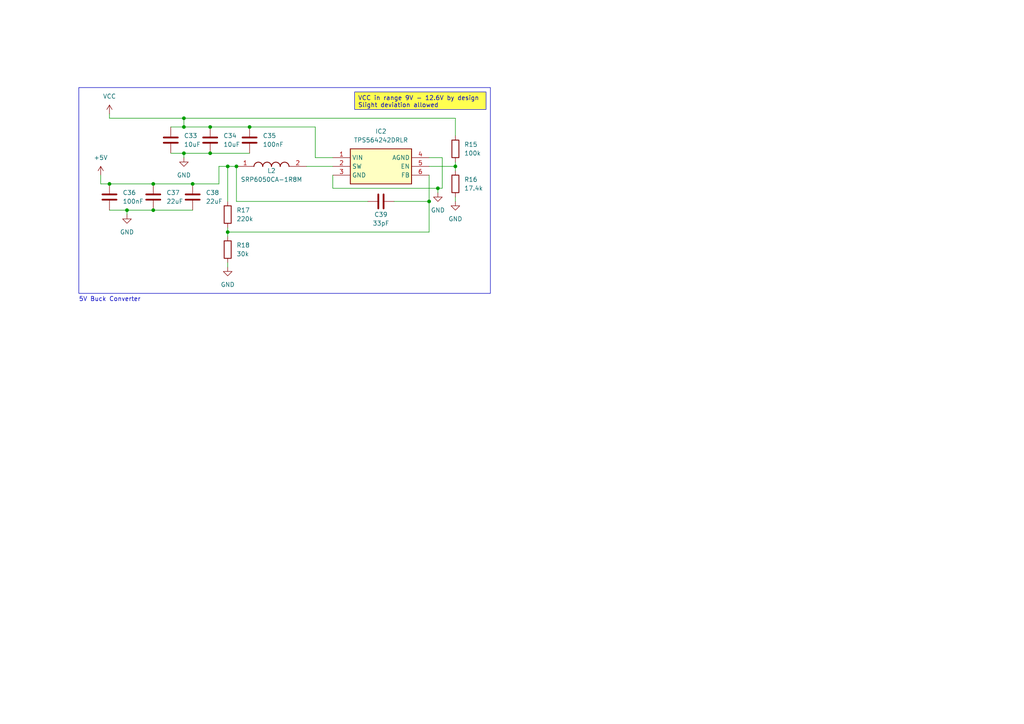
<source format=kicad_sch>
(kicad_sch (version 20230121) (generator eeschema)
  (paper "A4")
  (title_block (title "5V Supply") (date "2023-11-29") (rev "1.0"))
  (lib_symbols
    (symbol "Device:C" (pin_numbers hide) (pin_names (offset 0.254))
      (property "Reference" "C" (at 0.635 2.54 0))
      (property "Value" "C" (at 0.635 -2.54 0))
      (symbol "C_0_1"
        (polyline (pts (xy -2.032 -0.762) (xy 2.032 -0.762)) (stroke (width 0.508)))
        (polyline (pts (xy -2.032 0.762) (xy 2.032 0.762)) (stroke (width 0.508)))
      )
      (symbol "C_1_1"
        (pin passive line (at 0 3.81 270) (length 2.794) (name "~") (number "1"))
        (pin passive line (at 0 -3.81 90) (length 2.794) (name "~") (number "2"))
      )
    )
    (symbol "Device:R" (pin_numbers hide) (pin_names (offset 0))
      (property "Reference" "R" (at 2.032 0 90))
      (property "Value" "R" (at 0 0 90))
      (symbol "R_0_1"
        (rectangle (start -1.016 -2.54) (end 1.016 2.54) (stroke (width 0.254)))
      )
      (symbol "R_1_1"
        (pin passive line (at 0 3.81 270) (length 1.27) (name "~") (number "1"))
        (pin passive line (at 0 -3.81 90) (length 1.27) (name "~") (number "2"))
      )
    )
    (symbol "parts:SRP6050CA-1R8M" (pin_names hide)
      (property "Reference" "L" (at 16.51 6.35 0))
      (property "Value" "SRP6050CA-1R8M" (at 16.51 3.81 0))
      (symbol "SRP6050CA-1R8M_1_1"
        (arc (start 7.62 0) (mid 6.35 1.219) (end 5.08 0) (stroke (width 0.254)))
        (arc (start 10.16 0) (mid 8.89 1.219) (end 7.62 0) (stroke (width 0.254)))
        (arc (start 12.7 0) (mid 11.43 1.219) (end 10.16 0) (stroke (width 0.254)))
        (arc (start 15.24 0) (mid 13.97 1.219) (end 12.7 0) (stroke (width 0.254)))
        (pin passive line (at 0 0 0) (length 5.08) (name "1") (number "1"))
        (pin passive line (at 20.32 0 180) (length 5.08) (name "2") (number "2"))
      )
    )
    (symbol "parts:TPS564242DRLR"
      (property "Reference" "IC" (at 24.13 7.62 0))
      (property "Value" "TPS564242DRLR" (at 24.13 5.08 0))
      (symbol "TPS564242DRLR_1_1"
        (rectangle (start 5.08 2.54) (end 22.86 -7.62) (stroke (width 0.254)) (fill (type background)))
        (pin passive line (at 0 0 0) (length 5.08) (name "VIN") (number "1"))
        (pin passive line (at 0 -2.54 0) (length 5.08) (name "SW") (number "2"))
        (pin passive line (at 0 -5.08 0) (length 5.08) (name "GND") (number "3"))
        (pin passive line (at 27.94 0 180) (length 5.08) (name "AGND") (number "4"))
        (pin passive line (at 27.94 -2.54 180) (length 5.08) (name "EN") (number "5"))
        (pin passive line (at 27.94 -5.08 180) (length 5.08) (name "FB") (number "6"))
      )
    )
    (symbol "power:+5V" (power) (pin_names (offset 0))
      (property "Value" "+5V" (at 0 3.556 0))
      (symbol "+5V_0_1"
        (polyline (pts (xy -0.762 1.27) (xy 0 2.54)))
        (polyline (pts (xy 0 0) (xy 0 2.54)))
        (polyline (pts (xy 0 2.54) (xy 0.762 1.27)))
      )
      (symbol "+5V_1_1"
        (pin power_in line (at 0 0 90) (length 0) hide (name "+5V") (number "1"))
      )
    )
    (symbol "power:GND" (power) (pin_names (offset 0))
      (property "Value" "GND" (at 0 -3.81 0))
      (symbol "GND_0_1"
        (polyline (pts (xy 0 0) (xy 0 -1.27) (xy 1.27 -1.27) (xy 0 -2.54) (xy -1.27 -1.27) (xy 0 -1.27)))
      )
      (symbol "GND_1_1"
        (pin power_in line (at 0 0 270) (length 0) hide (name "GND") (number "1"))
      )
    )
    (symbol "power:VCC" (power) (pin_names (offset 0))
      (property "Value" "VCC" (at 0 3.81 0))
      (symbol "VCC_0_1"
        (polyline (pts (xy -0.762 1.27) (xy 0 2.54)))
        (polyline (pts (xy 0 0) (xy 0 2.54)))
        (polyline (pts (xy 0 2.54) (xy 0.762 1.27)))
      )
      (symbol "VCC_1_1"
        (pin power_in line (at 0 0 90) (length 0) hide (name "VCC") (number "1"))
      )
    )
  )
  (junction (at 53.34 44.45))
  (junction (at 44.45 60.96))
  (junction (at 127 54.61))
  (junction (at 55.88 53.34))
  (junction (at 60.96 36.83))
  (junction (at 66.04 48.26))
  (junction (at 53.34 36.83))
  (junction (at 44.45 53.34))
  (junction (at 68.58 48.26))
  (junction (at 66.04 67.31))
  (junction (at 132.08 48.26))
  (junction (at 31.75 53.34))
  (junction (at 124.46 58.42))
  (junction (at 53.34 34.29))
  (junction (at 60.96 44.45))
  (junction (at 36.83 60.96))
  (junction (at 72.39 36.83))
  (wire (pts (xy 31.75 60.96) (xy 36.83 60.96)))
  (wire (pts (xy 66.04 66.04) (xy 66.04 67.31)))
  (wire (pts (xy 127 54.61) (xy 127 55.88)))
  (wire (pts (xy 66.04 48.26) (xy 66.04 58.42)))
  (wire (pts (xy 44.45 60.96) (xy 55.88 60.96)))
  (wire (pts (xy 49.53 36.83) (xy 53.34 36.83)))
  (wire (pts (xy 68.58 48.26) (xy 68.58 58.42)))
  (wire (pts (xy 63.5 53.34) (xy 63.5 48.26)))
  (wire (pts (xy 68.58 58.42) (xy 106.68 58.42)))
  (wire (pts (xy 53.34 44.45) (xy 60.96 44.45)))
  (wire (pts (xy 127 54.61) (xy 128.27 54.61)))
  (wire (pts (xy 128.27 54.61) (xy 128.27 45.72)))
  (wire (pts (xy 132.08 46.99) (xy 132.08 48.26)))
  (wire (pts (xy 72.39 36.83) (xy 91.44 36.83)))
  (wire (pts (xy 66.04 48.26) (xy 68.58 48.26)))
  (wire (pts (xy 128.27 45.72) (xy 124.46 45.72)))
  (wire (pts (xy 66.04 67.31) (xy 124.46 67.31)))
  (wire (pts (xy 132.08 34.29) (xy 132.08 39.37)))
  (wire (pts (xy 124.46 48.26) (xy 132.08 48.26)))
  (wire (pts (xy 31.75 34.29) (xy 53.34 34.29)))
  (wire (pts (xy 44.45 53.34) (xy 55.88 53.34)))
  (wire (pts (xy 66.04 67.31) (xy 66.04 68.58)))
  (wire (pts (xy 53.34 44.45) (xy 53.34 45.72)))
  (wire (pts (xy 60.96 44.45) (xy 72.39 44.45)))
  (wire (pts (xy 91.44 36.83) (xy 91.44 45.72)))
  (wire (pts (xy 96.52 50.8) (xy 96.52 54.61)))
  (wire (pts (xy 36.83 60.96) (xy 44.45 60.96)))
  (wire (pts (xy 114.3 58.42) (xy 124.46 58.42)))
  (wire (pts (xy 36.83 60.96) (xy 36.83 62.23)))
  (wire (pts (xy 53.34 36.83) (xy 60.96 36.83)))
  (wire (pts (xy 29.21 53.34) (xy 31.75 53.34)))
  (wire (pts (xy 63.5 48.26) (xy 66.04 48.26)))
  (wire (pts (xy 91.44 45.72) (xy 96.52 45.72)))
  (wire (pts (xy 132.08 48.26) (xy 132.08 49.53)))
  (wire (pts (xy 29.21 50.8) (xy 29.21 53.34)))
  (wire (pts (xy 55.88 53.34) (xy 63.5 53.34)))
  (wire (pts (xy 31.75 34.29) (xy 31.75 33.02)))
  (wire (pts (xy 49.53 44.45) (xy 53.34 44.45)))
  (wire (pts (xy 88.9 48.26) (xy 96.52 48.26)))
  (wire (pts (xy 132.08 57.15) (xy 132.08 58.42)))
  (wire (pts (xy 31.75 53.34) (xy 44.45 53.34)))
  (wire (pts (xy 124.46 67.31) (xy 124.46 58.42)))
  (wire (pts (xy 96.52 54.61) (xy 127 54.61)))
  (wire (pts (xy 53.34 34.29) (xy 132.08 34.29)))
  (wire (pts (xy 124.46 58.42) (xy 124.46 50.8)))
  (wire (pts (xy 66.04 76.2) (xy 66.04 77.47)))
  (wire (pts (xy 60.96 36.83) (xy 72.39 36.83)))
  (wire (pts (xy 53.34 34.29) (xy 53.34 36.83)))
  (rectangle (start 22.86 25.4) (end 142.24 85.09))
  (text_box "VCC in range 9V - 12.6V by design\nSlight deviation allowed" (at 102.87 26.67 0) (size 38.1 5.08) (fill (type color) (color 255 255 80 1)) (effects (font (size 1.27 1.27)) (justify left top)))
  (text "5V Buck Converter" (at 22.86 87.63 0) (effects (font (size 1.27 1.27)) (justify left bottom)))
  (symbol (lib_id "Device:C") (at 55.88 57.15 0) (unit 1)
    (property "Reference" "C38" (at 59.69 55.88 0) (effects (justify left)))
    (property "Value" "22uF" (at 59.69 58.42 0) (effects (justify left)))
    (property "Footprint" "Capacitor_SMD:C_0805_2012Metric" (effects hide))
  )
  (symbol (lib_id "power:+5V") (at 29.21 50.8 0) (unit 1)
    (property "Reference" "#PWR032" (effects hide))
    (property "Value" "+5V" (at 29.21 45.72 0))
  )
  (symbol (lib_id "Device:R") (at 66.04 62.23 0) (unit 1)
    (property "Reference" "R17" (at 68.58 60.96 0) (effects (justify left)))
    (property "Value" "220k" (at 68.58 63.5 0) (effects (justify left)))
    (property "Footprint" "Resistor_SMD:R_0603_1608Metric" (effects hide))
  )
  (symbol (lib_id "power:GND") (at 53.34 45.72 0) (unit 1)
    (property "Reference" "#PWR028" (effects hide))
    (property "Value" "GND" (at 53.34 50.8 0))
    (instances (project "rpiboard_minirys" (path "" (reference "#PWR028") (unit 1)) (path "" (reference "#PWR027") (unit 1))))
  )
  (symbol (lib_id "Device:C") (at 31.75 57.15 0) (unit 1)
    (property "Reference" "C36" (at 35.56 55.88 0) (effects (justify left)))
    (property "Value" "100nF" (at 35.56 58.42 0) (effects (justify left)))
    (property "Footprint" "Capacitor_SMD:C_0603_1608Metric" (effects hide))
  )
  (symbol (lib_id "Device:R") (at 132.08 43.18 0) (unit 1)
    (property "Reference" "R15" (at 134.62 41.91 0) (effects (justify left)))
    (property "Value" "100k" (at 134.62 44.45 0) (effects (justify left)))
    (property "Footprint" "Resistor_SMD:R_0603_1608Metric" (effects hide))
  )
  (symbol (lib_id "power:GND") (at 36.83 62.23 0) (unit 1)
    (property "Reference" "#PWR029" (effects hide))
    (property "Value" "GND" (at 36.83 67.31 0))
    (instances (project "rpiboard_minirys" (path "" (reference "#PWR029") (unit 1)) (path "" (reference "#PWR030") (unit 1))))
  )
  (symbol (lib_id "Device:R") (at 132.08 53.34 0) (unit 1)
    (property "Reference" "R16" (at 134.62 52.07 0) (effects (justify left)))
    (property "Value" "17.4k" (at 134.62 54.61 0) (effects (justify left)))
    (property "Footprint" "Resistor_SMD:R_0603_1608Metric" (effects hide))
  )
  (symbol (lib_id "power:GND") (at 127 55.88 0) (unit 1)
    (property "Reference" "#PWR027" (effects hide))
    (property "Value" "GND" (at 127 60.96 0))
    (instances (project "rpiboard_minirys" (path "" (reference "#PWR027") (unit 1)) (path "" (reference "#PWR028") (unit 1))))
  )
  (symbol (lib_id "Device:C") (at 110.49 58.42 270) (unit 1)
    (property "Reference" "C39" (at 110.49 62.23 90))
    (property "Value" "33pF" (at 110.49 64.77 90))
    (property "Footprint" "Capacitor_SMD:C_0402_1005Metric" (effects hide))
  )
  (symbol (lib_id "Device:C") (at 60.96 40.64 0) (unit 1)
    (property "Reference" "C34" (at 64.77 39.37 0) (effects (justify left)))
    (property "Value" "10uF" (at 64.77 41.91 0) (effects (justify left)))
    (property "Footprint" "Capacitor_SMD:C_0805_2012Metric" (effects hide))
  )
  (symbol (lib_id "Device:R") (at 66.04 72.39 0) (unit 1)
    (property "Reference" "R18" (at 68.58 71.12 0) (effects (justify left)))
    (property "Value" "30k" (at 68.58 73.66 0) (effects (justify left)))
    (property "Footprint" "Resistor_SMD:R_0603_1608Metric" (effects hide))
  )
  (symbol (lib_id "parts:SRP6050CA-1R8M") (at 68.58 48.26 0) (unit 1)
    (property "Reference" "L2" (at 78.74 49.53 0))
    (property "Value" "SRP6050CA-1R8M" (at 78.74 52.07 0))
    (property "Footprint" "parts:SRP6050CA1R8M" (effects hide))
    (property "Datasheet" "https://www.bourns.com/docs/Product-Datasheets/SRP6050CA.pdf" (effects hide))
    (property "Height" "5" (effects hide))
    (property "Mouser Part Number" "652-SRP6050CA-1R8M" (effects hide))
    (property "Mouser Price/Stock" "https://www.mouser.co.uk/ProductDetail/Bourns/SRP6050CA-1R8M?qs=MLItCLRbWswUzmvJuUfhuw%3D%3D" (effects hide))
    (property "Manufacturer_Name" "Bourns" (effects hide))
    (property "Manufacturer_Part_Number" "SRP6050CA-1R8M" (effects hide))
  )
  (symbol (lib_id "power:VCC") (at 31.75 33.02 0) (unit 1)
    (property "Reference" "#PWR023" (effects hide))
    (property "Value" "VCC" (at 31.75 27.94 0))
  )
  (symbol (lib_id "Device:C") (at 72.39 40.64 0) (unit 1)
    (property "Reference" "C35" (at 76.2 39.37 0) (effects (justify left)))
    (property "Value" "100nF" (at 76.2 41.91 0) (effects (justify left)))
    (property "Footprint" "Capacitor_SMD:C_0603_1608Metric" (effects hide))
  )
  (symbol (lib_id "Device:C") (at 44.45 57.15 0) (unit 1)
    (property "Reference" "C37" (at 48.26 55.88 0) (effects (justify left)))
    (property "Value" "22uF" (at 48.26 58.42 0) (effects (justify left)))
    (property "Footprint" "Capacitor_SMD:C_0805_2012Metric" (effects hide))
  )
  (symbol (lib_id "Device:C") (at 49.53 40.64 0) (unit 1)
    (property "Reference" "C33" (at 53.34 39.37 0) (effects (justify left)))
    (property "Value" "10uF" (at 53.34 41.91 0) (effects (justify left)))
    (property "Footprint" "Capacitor_SMD:C_0805_2012Metric" (effects hide))
  )
  (symbol (lib_id "parts:TPS564242DRLR") (at 96.52 45.72 0) (unit 1)
    (property "Reference" "IC2" (at 110.49 38.1 0))
    (property "Value" "TPS564242DRLR" (at 110.49 40.64 0))
    (property "Footprint" "parts:SOTFL50P160X60-6N" (effects hide))
    (property "Datasheet" "https://www.ti.com/lit/ds/symlink/tps564242.pdf?ts=1685014476098&ref_url=https%253A%252F%252Fwww.ti.com%252Fproduct%252FTPS564242%252Fpart-details%252FTPS564242DRLR" (effects hide))
    (property "Height" "0.6" (effects hide))
    (property "Mouser Part Number" "595-TPS564242DRLR" (effects hide))
    (property "Mouser Price/Stock" "https://www.mouser.co.uk/ProductDetail/Texas-Instruments/TPS564242DRLR?qs=tlsG%2FOw5FFglPbz3y0H%252BmQ%3D%3D" (effects hide))
    (property "Manufacturer_Name" "Texas Instruments" (effects hide))
    (property "Manufacturer_Part_Number" "TPS564242DRLR" (effects hide))
  )
  (symbol (lib_id "power:GND") (at 132.08 58.42 0) (unit 1)
    (property "Reference" "#PWR030" (effects hide))
    (property "Value" "GND" (at 132.08 63.5 0))
    (instances (project "rpiboard_minirys" (path "" (reference "#PWR030") (unit 1)) (path "" (reference "#PWR029") (unit 1))))
  )
  (symbol (lib_id "power:GND") (at 66.04 77.47 0) (unit 1)
    (property "Reference" "#PWR031" (effects hide))
    (property "Value" "GND" (at 66.04 82.55 0))
  )
)
</source>
